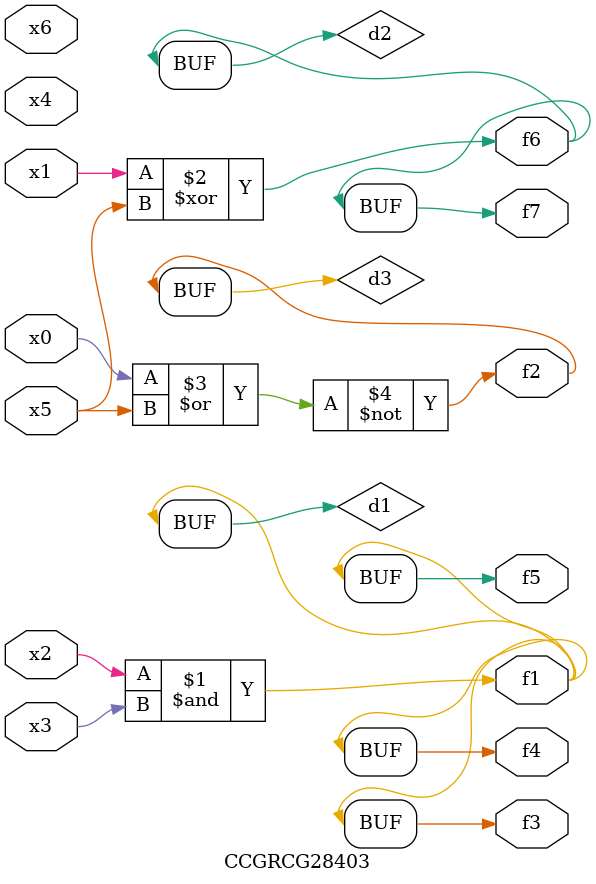
<source format=v>
module CCGRCG28403(
	input x0, x1, x2, x3, x4, x5, x6,
	output f1, f2, f3, f4, f5, f6, f7
);

	wire d1, d2, d3;

	and (d1, x2, x3);
	xor (d2, x1, x5);
	nor (d3, x0, x5);
	assign f1 = d1;
	assign f2 = d3;
	assign f3 = d1;
	assign f4 = d1;
	assign f5 = d1;
	assign f6 = d2;
	assign f7 = d2;
endmodule

</source>
